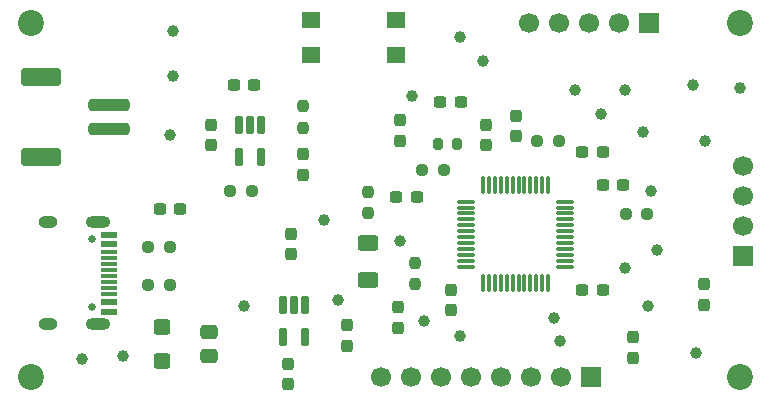
<source format=gbr>
%TF.GenerationSoftware,KiCad,Pcbnew,9.0.2*%
%TF.CreationDate,2025-08-19T18:25:56-04:00*%
%TF.ProjectId,GymDevice,47796d44-6576-4696-9365-2e6b69636164,rev?*%
%TF.SameCoordinates,Original*%
%TF.FileFunction,Soldermask,Top*%
%TF.FilePolarity,Negative*%
%FSLAX46Y46*%
G04 Gerber Fmt 4.6, Leading zero omitted, Abs format (unit mm)*
G04 Created by KiCad (PCBNEW 9.0.2) date 2025-08-19 18:25:56*
%MOMM*%
%LPD*%
G01*
G04 APERTURE LIST*
G04 Aperture macros list*
%AMRoundRect*
0 Rectangle with rounded corners*
0 $1 Rounding radius*
0 $2 $3 $4 $5 $6 $7 $8 $9 X,Y pos of 4 corners*
0 Add a 4 corners polygon primitive as box body*
4,1,4,$2,$3,$4,$5,$6,$7,$8,$9,$2,$3,0*
0 Add four circle primitives for the rounded corners*
1,1,$1+$1,$2,$3*
1,1,$1+$1,$4,$5*
1,1,$1+$1,$6,$7*
1,1,$1+$1,$8,$9*
0 Add four rect primitives between the rounded corners*
20,1,$1+$1,$2,$3,$4,$5,0*
20,1,$1+$1,$4,$5,$6,$7,0*
20,1,$1+$1,$6,$7,$8,$9,0*
20,1,$1+$1,$8,$9,$2,$3,0*%
G04 Aperture macros list end*
%ADD10C,1.000000*%
%ADD11RoundRect,0.237500X-0.250000X-0.237500X0.250000X-0.237500X0.250000X0.237500X-0.250000X0.237500X0*%
%ADD12RoundRect,0.237500X0.250000X0.237500X-0.250000X0.237500X-0.250000X-0.237500X0.250000X-0.237500X0*%
%ADD13R,1.700000X1.700000*%
%ADD14C,1.700000*%
%ADD15C,2.200000*%
%ADD16R,1.600000X1.400000*%
%ADD17RoundRect,0.237500X0.300000X0.237500X-0.300000X0.237500X-0.300000X-0.237500X0.300000X-0.237500X0*%
%ADD18RoundRect,0.162500X-0.162500X0.617500X-0.162500X-0.617500X0.162500X-0.617500X0.162500X0.617500X0*%
%ADD19RoundRect,0.237500X-0.300000X-0.237500X0.300000X-0.237500X0.300000X0.237500X-0.300000X0.237500X0*%
%ADD20RoundRect,0.200000X0.200000X0.275000X-0.200000X0.275000X-0.200000X-0.275000X0.200000X-0.275000X0*%
%ADD21RoundRect,0.237500X-0.237500X0.250000X-0.237500X-0.250000X0.237500X-0.250000X0.237500X0.250000X0*%
%ADD22RoundRect,0.237500X0.237500X-0.287500X0.237500X0.287500X-0.237500X0.287500X-0.237500X-0.287500X0*%
%ADD23RoundRect,0.237500X-0.237500X0.300000X-0.237500X-0.300000X0.237500X-0.300000X0.237500X0.300000X0*%
%ADD24RoundRect,0.237500X0.237500X-0.300000X0.237500X0.300000X-0.237500X0.300000X-0.237500X-0.300000X0*%
%ADD25RoundRect,0.237500X-0.237500X0.287500X-0.237500X-0.287500X0.237500X-0.287500X0.237500X0.287500X0*%
%ADD26RoundRect,0.075000X-0.075000X0.662500X-0.075000X-0.662500X0.075000X-0.662500X0.075000X0.662500X0*%
%ADD27RoundRect,0.075000X-0.662500X0.075000X-0.662500X-0.075000X0.662500X-0.075000X0.662500X0.075000X0*%
%ADD28C,0.650000*%
%ADD29R,1.450000X0.600000*%
%ADD30R,1.450000X0.300000*%
%ADD31O,2.100000X1.000000*%
%ADD32O,1.600000X1.000000*%
%ADD33RoundRect,0.237500X0.237500X-0.250000X0.237500X0.250000X-0.237500X0.250000X-0.237500X-0.250000X0*%
%ADD34RoundRect,0.250000X-1.500000X0.250000X-1.500000X-0.250000X1.500000X-0.250000X1.500000X0.250000X0*%
%ADD35RoundRect,0.250001X-1.449999X0.499999X-1.449999X-0.499999X1.449999X-0.499999X1.449999X0.499999X0*%
%ADD36RoundRect,0.250000X-0.450000X0.400000X-0.450000X-0.400000X0.450000X-0.400000X0.450000X0.400000X0*%
%ADD37RoundRect,0.250000X-0.625000X0.400000X-0.625000X-0.400000X0.625000X-0.400000X0.625000X0.400000X0*%
%ADD38RoundRect,0.250000X0.475000X-0.337500X0.475000X0.337500X-0.475000X0.337500X-0.475000X-0.337500X0*%
G04 APERTURE END LIST*
D10*
%TO.C,REF\u002A\u002A*%
X77750000Y-48250000D03*
%TD*%
%TO.C,REF\u002A\u002A*%
X71750000Y-52500000D03*
%TD*%
%TO.C,REF\u002A\u002A*%
X60750000Y-52750000D03*
%TD*%
%TO.C,REF\u002A\u002A*%
X58750000Y-46000000D03*
%TD*%
%TO.C,REF\u002A\u002A*%
X75750000Y-35250000D03*
%TD*%
%TO.C,REF\u002A\u002A*%
X72250000Y-54500000D03*
%TD*%
%TO.C,REF\u002A\u002A*%
X63750000Y-54000000D03*
%TD*%
%TO.C,REF\u002A\u002A*%
X65750000Y-30750000D03*
%TD*%
%TO.C,REF\u002A\u002A*%
X73500000Y-33250000D03*
%TD*%
%TO.C,REF\u002A\u002A*%
X77750000Y-33250000D03*
%TD*%
%TO.C,REF\u002A\u002A*%
X80000000Y-41750000D03*
%TD*%
%TO.C,SDA*%
X84500000Y-37500000D03*
%TD*%
%TO.C,3V3*%
X79250000Y-36750000D03*
%TD*%
%TO.C,REF\u002A\u002A*%
X80500000Y-46750000D03*
%TD*%
%TO.C,3V3*%
X79750000Y-51500000D03*
%TD*%
%TO.C,SW*%
X63750000Y-28750000D03*
%TD*%
%TO.C,3V3*%
X59750000Y-33750000D03*
%TD*%
%TO.C, VBAT*%
X45500000Y-51500000D03*
%TD*%
%TO.C,3V3*%
X53500000Y-51000000D03*
%TD*%
%TO.C,VBAT*%
X52250000Y-44250000D03*
%TD*%
%TO.C,VBUS*%
X39250000Y-37000000D03*
%TD*%
%TO.C,VBUS*%
X35250000Y-55750000D03*
%TD*%
%TO.C,VBAT*%
X39500000Y-32000000D03*
%TD*%
%TO.C,GND*%
X83750000Y-55500000D03*
%TD*%
%TO.C,GND*%
X87500000Y-33000000D03*
%TD*%
%TO.C,GND*%
X39500000Y-28250000D03*
%TD*%
D11*
%TO.C,R1*%
X37397500Y-49716000D03*
X39222500Y-49716000D03*
%TD*%
D12*
%TO.C,R5*%
X79662500Y-43750000D03*
X77837500Y-43750000D03*
%TD*%
D13*
%TO.C,J2*%
X87725000Y-47300000D03*
D14*
X87725000Y-44760000D03*
X87725000Y-42220000D03*
X87725000Y-39680000D03*
%TD*%
D15*
%TO.C,REF\u002A\u002A*%
X27500000Y-27500000D03*
%TD*%
D16*
%TO.C,SW*%
X58350000Y-30250000D03*
X51150000Y-30250000D03*
X58350000Y-27250000D03*
X51150000Y-27250000D03*
%TD*%
D17*
%TO.C,C12*%
X63862500Y-34250000D03*
X62137500Y-34250000D03*
%TD*%
D13*
%TO.C,J5*%
X79790000Y-27500000D03*
D14*
X77250000Y-27500000D03*
X74710000Y-27500000D03*
X72170000Y-27500000D03*
X69630000Y-27500000D03*
%TD*%
D18*
%TO.C,U2*%
X50700000Y-51400000D03*
X49750000Y-51400000D03*
X48800000Y-51400000D03*
X48800000Y-54100000D03*
X50700000Y-54100000D03*
%TD*%
D19*
%TO.C,C9*%
X75887500Y-41250000D03*
X77612500Y-41250000D03*
%TD*%
D17*
%TO.C,C13*%
X75862500Y-38500000D03*
X74137500Y-38500000D03*
%TD*%
D15*
%TO.C,REF\u002A\u002A*%
X87500000Y-27500000D03*
%TD*%
D20*
%TO.C,FB1*%
X63575000Y-37750000D03*
X61925000Y-37750000D03*
%TD*%
D21*
%TO.C,R9*%
X56000000Y-41837500D03*
X56000000Y-43662500D03*
%TD*%
D22*
%TO.C,D4*%
X58500000Y-53375000D03*
X58500000Y-51625000D03*
%TD*%
D23*
%TO.C,C16*%
X78420000Y-54137500D03*
X78420000Y-55862500D03*
%TD*%
D24*
%TO.C,C11*%
X66000000Y-37862500D03*
X66000000Y-36137500D03*
%TD*%
%TO.C,C5*%
X49500000Y-47112500D03*
X49500000Y-45387500D03*
%TD*%
D25*
%TO.C,D3*%
X58750000Y-35750000D03*
X58750000Y-37500000D03*
%TD*%
D26*
%TO.C,U3*%
X71250000Y-41250000D03*
X70750000Y-41250000D03*
X70250000Y-41250000D03*
X69750000Y-41250000D03*
X69250000Y-41250000D03*
X68750000Y-41250000D03*
X68250000Y-41250000D03*
X67750000Y-41250000D03*
X67250000Y-41250000D03*
X66750000Y-41250000D03*
X66250000Y-41250000D03*
X65750000Y-41250000D03*
D27*
X64337500Y-42662500D03*
X64337500Y-43162500D03*
X64337500Y-43662500D03*
X64337500Y-44162500D03*
X64337500Y-44662500D03*
X64337500Y-45162500D03*
X64337500Y-45662500D03*
X64337500Y-46162500D03*
X64337500Y-46662500D03*
X64337500Y-47162500D03*
X64337500Y-47662500D03*
X64337500Y-48162500D03*
D26*
X65750000Y-49575000D03*
X66250000Y-49575000D03*
X66750000Y-49575000D03*
X67250000Y-49575000D03*
X67750000Y-49575000D03*
X68250000Y-49575000D03*
X68750000Y-49575000D03*
X69250000Y-49575000D03*
X69750000Y-49575000D03*
X70250000Y-49575000D03*
X70750000Y-49575000D03*
X71250000Y-49575000D03*
D27*
X72662500Y-48162500D03*
X72662500Y-47662500D03*
X72662500Y-47162500D03*
X72662500Y-46662500D03*
X72662500Y-46162500D03*
X72662500Y-45662500D03*
X72662500Y-45162500D03*
X72662500Y-44662500D03*
X72662500Y-44162500D03*
X72662500Y-43662500D03*
X72662500Y-43162500D03*
X72662500Y-42662500D03*
%TD*%
D17*
%TO.C,C2*%
X40112500Y-43250000D03*
X38387500Y-43250000D03*
%TD*%
D24*
%TO.C,C14*%
X68500000Y-37112500D03*
X68500000Y-35387500D03*
%TD*%
D28*
%TO.C,J4*%
X32600000Y-45826000D03*
X32600000Y-51606000D03*
D29*
X34045000Y-45466000D03*
X34045000Y-46266000D03*
D30*
X34045000Y-47466000D03*
X34045000Y-48466000D03*
X34045000Y-48966000D03*
X34045000Y-49966000D03*
D29*
X34045000Y-51166000D03*
X34045000Y-51966000D03*
X34045000Y-51966000D03*
X34045000Y-51166000D03*
D30*
X34045000Y-50466000D03*
X34045000Y-49466000D03*
X34045000Y-47966000D03*
X34045000Y-46966000D03*
D29*
X34045000Y-46266000D03*
X34045000Y-45466000D03*
D31*
X33130000Y-44396000D03*
D32*
X28950000Y-44396000D03*
D31*
X33130000Y-53036000D03*
D32*
X28950000Y-53036000D03*
%TD*%
D33*
%TO.C,R2*%
X50500000Y-36412500D03*
X50500000Y-34587500D03*
%TD*%
D34*
%TO.C,J1*%
X34100000Y-34500000D03*
X34100000Y-36500000D03*
D35*
X28350000Y-32150000D03*
X28350000Y-38850000D03*
%TD*%
D11*
%TO.C,R6*%
X37397500Y-46466000D03*
X39222500Y-46466000D03*
%TD*%
D21*
%TO.C,R8*%
X60000000Y-47837500D03*
X60000000Y-49662500D03*
%TD*%
D23*
%TO.C,C6*%
X49250000Y-56387500D03*
X49250000Y-58112500D03*
%TD*%
D15*
%TO.C,REF\u002A\u002A*%
X27500000Y-57500000D03*
%TD*%
D23*
%TO.C,C15*%
X84475000Y-49647500D03*
X84475000Y-51372500D03*
%TD*%
D13*
%TO.C,J3*%
X74870000Y-57500000D03*
D14*
X72330000Y-57500000D03*
X69790000Y-57500000D03*
X67250000Y-57500000D03*
X64710000Y-57500000D03*
X62170000Y-57500000D03*
X59630000Y-57500000D03*
X57090000Y-57500000D03*
%TD*%
D10*
%TO.C,3V3*%
X83500000Y-32750000D03*
%TD*%
D36*
%TO.C,D2*%
X38560000Y-53266000D03*
X38560000Y-56166000D03*
%TD*%
D37*
%TO.C,R10*%
X56000000Y-46200000D03*
X56000000Y-49300000D03*
%TD*%
D12*
%TO.C,R4*%
X72162500Y-37500000D03*
X70337500Y-37500000D03*
%TD*%
D17*
%TO.C,C8*%
X75862500Y-50162500D03*
X74137500Y-50162500D03*
%TD*%
D24*
%TO.C,C10*%
X54250000Y-54862500D03*
X54250000Y-53137500D03*
%TD*%
D12*
%TO.C,R7*%
X62412500Y-40000000D03*
X60587500Y-40000000D03*
%TD*%
D15*
%TO.C,REF\u002A\u002A*%
X87500000Y-57500000D03*
%TD*%
D19*
%TO.C,C3*%
X44637500Y-32750000D03*
X46362500Y-32750000D03*
%TD*%
D23*
%TO.C,C7*%
X63000000Y-50137500D03*
X63000000Y-51862500D03*
%TD*%
%TO.C,C4*%
X42750000Y-36137500D03*
X42750000Y-37862500D03*
%TD*%
D25*
%TO.C,D1*%
X50500000Y-38625000D03*
X50500000Y-40375000D03*
%TD*%
D12*
%TO.C,R3*%
X46162500Y-41750000D03*
X44337500Y-41750000D03*
%TD*%
D17*
%TO.C,C17*%
X60112500Y-42250000D03*
X58387500Y-42250000D03*
%TD*%
D18*
%TO.C,U1*%
X46950000Y-36150000D03*
X46000000Y-36150000D03*
X45050000Y-36150000D03*
X45050000Y-38850000D03*
X46950000Y-38850000D03*
%TD*%
D38*
%TO.C,C1*%
X42560000Y-55753500D03*
X42560000Y-53678500D03*
%TD*%
D10*
%TO.C,GND*%
X31750000Y-56000000D03*
%TD*%
M02*

</source>
